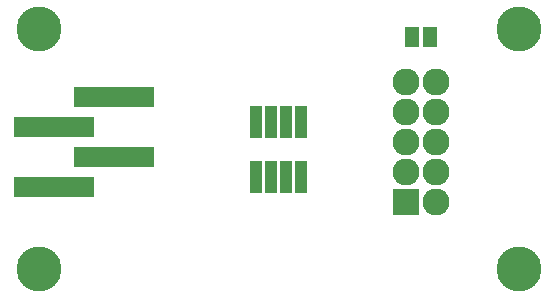
<source format=gts>
G04 (created by PCBNEW-RS274X (2011-07-19)-testing) date Fri 02 Mar 2012 03:23:15 PM PST*
G01*
G70*
G90*
%MOIN*%
G04 Gerber Fmt 3.4, Leading zero omitted, Abs format*
%FSLAX34Y34*%
G04 APERTURE LIST*
%ADD10C,0.006000*%
%ADD11C,0.150000*%
%ADD12R,0.039700X0.108600*%
%ADD13R,0.045000X0.065000*%
%ADD14R,0.090000X0.090000*%
%ADD15C,0.090000*%
%ADD16R,0.270000X0.070000*%
G04 APERTURE END LIST*
G54D10*
G54D11*
X67000Y-21000D03*
X51000Y-21000D03*
X67000Y-29000D03*
X51000Y-29000D03*
G54D12*
X58250Y-24085D03*
X58750Y-24085D03*
X59250Y-24085D03*
X59750Y-24085D03*
X58250Y-25916D03*
X58750Y-25916D03*
X59250Y-25916D03*
X59750Y-25916D03*
G54D13*
X63450Y-21250D03*
X64050Y-21250D03*
G54D14*
X63250Y-26750D03*
G54D15*
X64250Y-26750D03*
X63250Y-25750D03*
X64250Y-25750D03*
X63250Y-24750D03*
X64250Y-24750D03*
X63250Y-23750D03*
X64250Y-23750D03*
X63250Y-22750D03*
X64250Y-22750D03*
G54D16*
X51502Y-26250D03*
X53498Y-25250D03*
X51502Y-24250D03*
X53498Y-23250D03*
M02*

</source>
